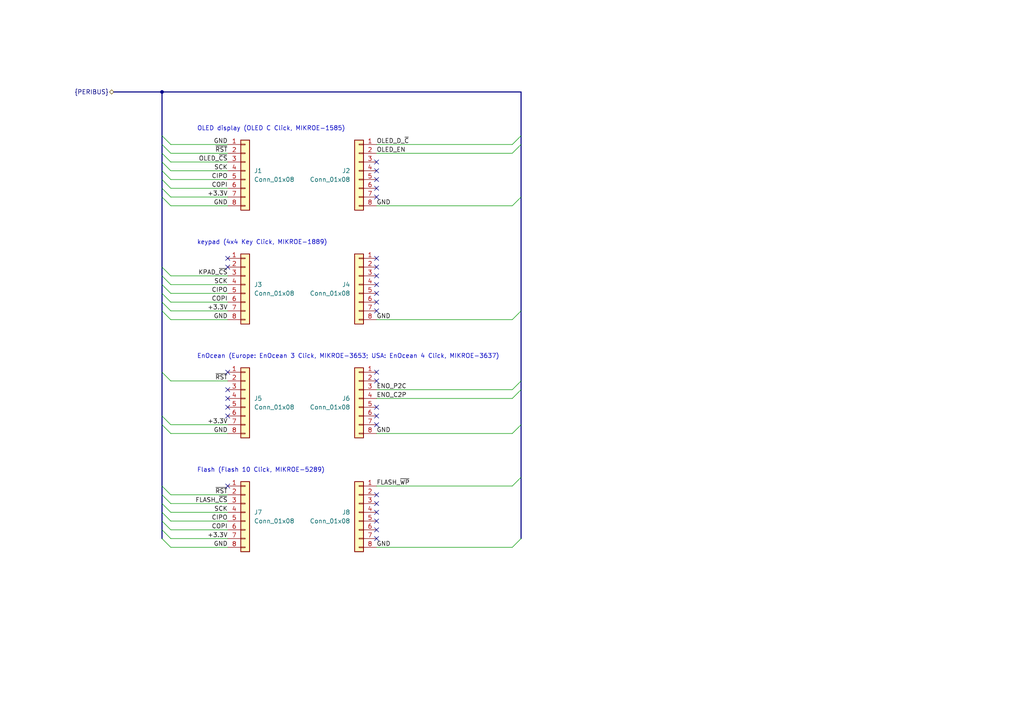
<source format=kicad_sch>
(kicad_sch (version 20230121) (generator eeschema)
  (paper "A4")
  (lib_symbols
    (symbol "Connector_Generic:Conn_01x08" (pin_names (offset 1.016) hide)
      (property "Reference" "J" (at 0 10.16 0))
      (property "Value" "Conn_01x08" (at 0 -12.7 0))
      (symbol "Conn_01x08_1_1"
        (rectangle (start -1.27 -10.033) (end 0 -10.287) (stroke (width 0.1524)))
        (rectangle (start -1.27 -7.493) (end 0 -7.747) (stroke (width 0.1524)))
        (rectangle (start -1.27 -4.953) (end 0 -5.207) (stroke (width 0.1524)))
        (rectangle (start -1.27 -2.413) (end 0 -2.667) (stroke (width 0.1524)))
        (rectangle (start -1.27 0.127) (end 0 -0.127) (stroke (width 0.1524)))
        (rectangle (start -1.27 2.667) (end 0 2.413) (stroke (width 0.1524)))
        (rectangle (start -1.27 5.207) (end 0 4.953) (stroke (width 0.1524)))
        (rectangle (start -1.27 7.747) (end 0 7.493) (stroke (width 0.1524)))
        (rectangle (start -1.27 8.89) (end 1.27 -11.43) (stroke (width 0.254)) (fill (type background)))
        (pin passive line (at -5.08 7.62 0) (length 3.81) (name "Pin_1") (number "1"))
        (pin passive line (at -5.08 5.08 0) (length 3.81) (name "Pin_2") (number "2"))
        (pin passive line (at -5.08 2.54 0) (length 3.81) (name "Pin_3") (number "3"))
        (pin passive line (at -5.08 0 0) (length 3.81) (name "Pin_4") (number "4"))
        (pin passive line (at -5.08 -2.54 0) (length 3.81) (name "Pin_5") (number "5"))
        (pin passive line (at -5.08 -5.08 0) (length 3.81) (name "Pin_6") (number "6"))
        (pin passive line (at -5.08 -7.62 0) (length 3.81) (name "Pin_7") (number "7"))
        (pin passive line (at -5.08 -10.16 0) (length 3.81) (name "Pin_8") (number "8"))
      )
    )
  )
  (bus_alias "PERIBUS" (members "GND" "+3.3V" "SCK" "CIPO" "COPI" "~{RST}" "OLED_~{CS}" "OLED_D_~{C}" "OLED_EN" "KPAD_~{CS}" "ENO_P2C" "ENO_C2P" "FLASH_~{CS}" "FLASH_~{WP}"))
  (junction (at 46.99 26.67))
  (no_connect (at 109.22 107.95))
  (no_connect (at 66.04 74.93))
  (no_connect (at 109.22 146.05))
  (no_connect (at 109.22 87.63))
  (no_connect (at 109.22 46.99))
  (no_connect (at 109.22 49.53))
  (no_connect (at 109.22 90.17))
  (no_connect (at 109.22 118.11))
  (no_connect (at 66.04 107.95))
  (no_connect (at 109.22 148.59))
  (no_connect (at 66.04 115.57))
  (no_connect (at 109.22 123.19))
  (no_connect (at 109.22 156.21))
  (no_connect (at 109.22 82.55))
  (no_connect (at 66.04 140.97))
  (no_connect (at 109.22 120.65))
  (no_connect (at 66.04 120.65))
  (no_connect (at 109.22 110.49))
  (no_connect (at 109.22 74.93))
  (no_connect (at 66.04 77.47))
  (no_connect (at 109.22 77.47))
  (no_connect (at 109.22 143.51))
  (no_connect (at 66.04 113.03))
  (no_connect (at 109.22 52.07))
  (no_connect (at 109.22 54.61))
  (no_connect (at 66.04 118.11))
  (no_connect (at 109.22 57.15))
  (no_connect (at 109.22 153.67))
  (no_connect (at 109.22 80.01))
  (no_connect (at 109.22 85.09))
  (no_connect (at 109.22 151.13))
  (bus_entry (at 46.99 140.97) (size 2.54 2.54))
  (bus_entry (at 46.99 90.17) (size 2.54 2.54))
  (bus_entry (at 46.99 46.99) (size 2.54 2.54))
  (bus_entry (at 46.99 107.95) (size 2.54 2.54))
  (bus_entry (at 46.99 143.51) (size 2.54 2.54))
  (bus_entry (at 148.59 41.91) (size 2.54 -2.54))
  (bus_entry (at 148.59 125.73) (size 2.54 -2.54))
  (bus_entry (at 46.99 54.61) (size 2.54 2.54))
  (bus_entry (at 46.99 151.13) (size 2.54 2.54))
  (bus_entry (at 46.99 77.47) (size 2.54 2.54))
  (bus_entry (at 148.59 92.71) (size 2.54 -2.54))
  (bus_entry (at 46.99 153.67) (size 2.54 2.54))
  (bus_entry (at 46.99 156.21) (size 2.54 2.54))
  (bus_entry (at 46.99 85.09) (size 2.54 2.54))
  (bus_entry (at 46.99 39.37) (size 2.54 2.54))
  (bus_entry (at 148.59 158.75) (size 2.54 -2.54))
  (bus_entry (at 148.59 140.97) (size 2.54 -2.54))
  (bus_entry (at 148.59 115.57) (size 2.54 -2.54))
  (bus_entry (at 46.99 87.63) (size 2.54 2.54))
  (bus_entry (at 46.99 148.59) (size 2.54 2.54))
  (bus_entry (at 46.99 57.15) (size 2.54 2.54))
  (bus_entry (at 148.59 44.45) (size 2.54 -2.54))
  (bus_entry (at 46.99 123.19) (size 2.54 2.54))
  (bus_entry (at 148.59 59.69) (size 2.54 -2.54))
  (bus_entry (at 46.99 146.05) (size 2.54 2.54))
  (bus_entry (at 46.99 120.65) (size 2.54 2.54))
  (bus_entry (at 46.99 80.01) (size 2.54 2.54))
  (bus_entry (at 148.59 113.03) (size 2.54 -2.54))
  (bus_entry (at 46.99 44.45) (size 2.54 2.54))
  (bus_entry (at 46.99 52.07) (size 2.54 2.54))
  (bus_entry (at 46.99 41.91) (size 2.54 2.54))
  (bus_entry (at 46.99 82.55) (size 2.54 2.54))
  (bus_entry (at 46.99 49.53) (size 2.54 2.54))
  (wire (pts (xy 49.53 85.09) (xy 66.04 85.09)))
  (bus (pts (xy 46.99 85.09) (xy 46.99 87.63)))
  (wire (pts (xy 49.53 49.53) (xy 66.04 49.53)))
  (bus (pts (xy 46.99 44.45) (xy 46.99 46.99)))
  (wire (pts (xy 49.53 90.17) (xy 66.04 90.17)))
  (wire (pts (xy 109.22 92.71) (xy 148.59 92.71)))
  (wire (pts (xy 49.53 123.19) (xy 66.04 123.19)))
  (wire (pts (xy 49.53 143.51) (xy 66.04 143.51)))
  (wire (pts (xy 109.22 125.73) (xy 148.59 125.73)))
  (bus (pts (xy 33.02 26.67) (xy 46.99 26.67)))
  (wire (pts (xy 49.53 57.15) (xy 66.04 57.15)))
  (bus (pts (xy 46.99 26.67) (xy 151.13 26.67)))
  (bus (pts (xy 46.99 82.55) (xy 46.99 85.09)))
  (bus (pts (xy 46.99 146.05) (xy 46.99 148.59)))
  (bus (pts (xy 151.13 123.19) (xy 151.13 138.43)))
  (wire (pts (xy 49.53 92.71) (xy 66.04 92.71)))
  (bus (pts (xy 46.99 26.67) (xy 46.99 39.37)))
  (wire (pts (xy 109.22 113.03) (xy 148.59 113.03)))
  (bus (pts (xy 46.99 151.13) (xy 46.99 153.67)))
  (wire (pts (xy 109.22 115.57) (xy 148.59 115.57)))
  (bus (pts (xy 151.13 113.03) (xy 151.13 123.19)))
  (wire (pts (xy 49.53 148.59) (xy 66.04 148.59)))
  (bus (pts (xy 46.99 140.97) (xy 46.99 143.51)))
  (wire (pts (xy 109.22 59.69) (xy 148.59 59.69)))
  (wire (pts (xy 109.22 140.97) (xy 148.59 140.97)))
  (bus (pts (xy 46.99 46.99) (xy 46.99 49.53)))
  (bus (pts (xy 46.99 148.59) (xy 46.99 151.13)))
  (wire (pts (xy 49.53 54.61) (xy 66.04 54.61)))
  (bus (pts (xy 151.13 39.37) (xy 151.13 41.91)))
  (wire (pts (xy 49.53 52.07) (xy 66.04 52.07)))
  (bus (pts (xy 151.13 57.15) (xy 151.13 90.17)))
  (wire (pts (xy 49.53 41.91) (xy 66.04 41.91)))
  (wire (pts (xy 49.53 82.55) (xy 66.04 82.55)))
  (wire (pts (xy 49.53 87.63) (xy 66.04 87.63)))
  (bus (pts (xy 46.99 90.17) (xy 46.99 107.95)))
  (bus (pts (xy 151.13 26.67) (xy 151.13 39.37)))
  (bus (pts (xy 46.99 41.91) (xy 46.99 44.45)))
  (wire (pts (xy 49.53 59.69) (xy 66.04 59.69)))
  (bus (pts (xy 151.13 138.43) (xy 151.13 156.21)))
  (wire (pts (xy 109.22 41.91) (xy 148.59 41.91)))
  (bus (pts (xy 46.99 120.65) (xy 46.99 123.19)))
  (bus (pts (xy 46.99 87.63) (xy 46.99 90.17)))
  (wire (pts (xy 109.22 44.45) (xy 148.59 44.45)))
  (wire (pts (xy 49.53 146.05) (xy 66.04 146.05)))
  (bus (pts (xy 46.99 80.01) (xy 46.99 82.55)))
  (bus (pts (xy 46.99 39.37) (xy 46.99 41.91)))
  (bus (pts (xy 46.99 77.47) (xy 46.99 80.01)))
  (bus (pts (xy 46.99 49.53) (xy 46.99 52.07)))
  (bus (pts (xy 46.99 52.07) (xy 46.99 54.61)))
  (wire (pts (xy 109.22 158.75) (xy 148.59 158.75)))
  (bus (pts (xy 46.99 143.51) (xy 46.99 146.05)))
  (wire (pts (xy 49.53 153.67) (xy 66.04 153.67)))
  (wire (pts (xy 49.53 158.75) (xy 66.04 158.75)))
  (bus (pts (xy 151.13 90.17) (xy 151.13 110.49)))
  (bus (pts (xy 46.99 54.61) (xy 46.99 57.15)))
  (wire (pts (xy 49.53 46.99) (xy 66.04 46.99)))
  (wire (pts (xy 49.53 151.13) (xy 66.04 151.13)))
  (wire (pts (xy 49.53 44.45) (xy 66.04 44.45)))
  (wire (pts (xy 49.53 80.01) (xy 66.04 80.01)))
  (bus (pts (xy 151.13 110.49) (xy 151.13 113.03)))
  (bus (pts (xy 46.99 107.95) (xy 46.99 120.65)))
  (bus (pts (xy 151.13 41.91) (xy 151.13 57.15)))
  (wire (pts (xy 49.53 110.49) (xy 66.04 110.49)))
  (wire (pts (xy 49.53 125.73) (xy 66.04 125.73)))
  (bus (pts (xy 46.99 153.67) (xy 46.99 156.21)))
  (bus (pts (xy 46.99 57.15) (xy 46.99 77.47)))
  (bus (pts (xy 46.99 123.19) (xy 46.99 140.97)))
  (wire (pts (xy 49.53 156.21) (xy 66.04 156.21)))
  (text "EnOcean (Europe: EnOcean 3 Click, MIKROE-3653; USA: EnOcean 4 Click, MIKROE-3637)" (at 57.15 104.14 0) (effects (font (size 1.27 1.27)) (justify left bottom)))
  (text "Flash (Flash 10 Click, MIKROE-5289)" (at 57.15 137.16 0) (effects (font (size 1.27 1.27)) (justify left bottom)))
  (text "OLED display (OLED C Click, MIKROE-1585)" (at 57.15 38.1 0) (effects (font (size 1.27 1.27)) (justify left bottom)))
  (text "keypad (4x4 Key Click, MIKROE-1889)" (at 57.15 71.12 0) (effects (font (size 1.27 1.27)) (justify left bottom)))
  (label "~{RST}" (at 66.04 143.51 180))
  (label "GND" (at 66.04 125.73 180))
  (label "+3.3V" (at 66.04 123.19 180))
  (label "~{RST}" (at 66.04 44.45 180))
  (label "COPI" (at 66.04 153.67 180))
  (label "COPI" (at 66.04 54.61 180))
  (label "+3.3V" (at 66.04 57.15 180))
  (label "FLASH_~{WP}" (at 109.22 140.97 0))
  (label "OLED_EN" (at 109.22 44.45 0))
  (label "OLED_~{CS}" (at 66.04 46.99 180))
  (label "GND" (at 66.04 158.75 180))
  (label "SCK" (at 66.04 49.53 180))
  (label "CIPO" (at 66.04 52.07 180))
  (label "SCK" (at 66.04 148.59 180))
  (label "ENO_C2P" (at 109.22 115.57 0))
  (label "OLED_D_~{C}" (at 109.22 41.91 0))
  (label "FLASH_~{CS}" (at 66.04 146.05 180))
  (label "GND" (at 66.04 59.69 180))
  (label "GND" (at 66.04 92.71 180))
  (label "GND" (at 109.22 59.69 0))
  (label "GND" (at 109.22 92.71 0))
  (label "GND" (at 109.22 158.75 0))
  (label "~{RST}" (at 66.04 110.49 180))
  (label "ENO_P2C" (at 109.22 113.03 0))
  (label "GND" (at 109.22 125.73 0))
  (label "SCK" (at 66.04 82.55 180))
  (label "KPAD_~{CS}" (at 66.04 80.01 180))
  (label "GND" (at 66.04 41.91 180))
  (label "CIPO" (at 66.04 85.09 180))
  (label "+3.3V" (at 66.04 156.21 180))
  (label "+3.3V" (at 66.04 90.17 180))
  (label "CIPO" (at 66.04 151.13 180))
  (label "COPI" (at 66.04 87.63 180))
  (hierarchical_label "{PERIBUS}" (shape bidirectional) (at 33.02 26.67 180))
  (symbol (lib_id "Connector_Generic:Conn_01x08") (at 104.14 49.53 0) (mirror y) (unit 1)
    (property "Reference" "J2" (at 101.6 49.53 0) (effects (justify left)))
    (property "Value" "Conn_01x08" (at 101.6 52.07 0) (effects (justify left)))
    (property "Footprint" "Connector_PinHeader_2.54mm:PinHeader_1x08_P2.54mm_Vertical_SMD_Pin1Left" (effects hide))
    (instances (project "enocean-heater-control" (path "" (reference "J2") (unit 1)) (path "" (reference "J602") (unit 1))))
  )
  (symbol (lib_id "Connector_Generic:Conn_01x08") (at 71.12 115.57 0) (unit 1)
    (property "Reference" "J5" (at 73.66 115.57 0) (effects (justify left)))
    (property "Value" "Conn_01x08" (at 73.66 118.11 0) (effects (justify left)))
    (property "Footprint" "Connector_PinHeader_2.54mm:PinHeader_1x08_P2.54mm_Vertical_SMD_Pin1Left" (effects hide))
    (instances (project "enocean-heater-control" (path "" (reference "J5") (unit 1)) (path "" (reference "J605") (unit 1))))
  )
  (symbol (lib_id "Connector_Generic:Conn_01x08") (at 104.14 148.59 0) (mirror y) (unit 1)
    (property "Reference" "J8" (at 101.6 148.59 0) (effects (justify left)))
    (property "Value" "Conn_01x08" (at 101.6 151.13 0) (effects (justify left)))
    (property "Footprint" "Connector_PinHeader_2.54mm:PinHeader_1x08_P2.54mm_Vertical_SMD_Pin1Left" (effects hide))
    (instances (project "enocean-heater-control" (path "" (reference "J8") (unit 1)) (path "" (reference "J608") (unit 1))))
  )
  (symbol (lib_id "Connector_Generic:Conn_01x08") (at 104.14 82.55 0) (mirror y) (unit 1)
    (property "Reference" "J4" (at 101.6 82.55 0) (effects (justify left)))
    (property "Value" "Conn_01x08" (at 101.6 85.09 0) (effects (justify left)))
    (property "Footprint" "Connector_PinHeader_2.54mm:PinHeader_1x08_P2.54mm_Vertical_SMD_Pin1Left" (effects hide))
    (instances (project "enocean-heater-control" (path "" (reference "J4") (unit 1)) (path "" (reference "J604") (unit 1))))
  )
  (symbol (lib_id "Connector_Generic:Conn_01x08") (at 71.12 82.55 0) (unit 1)
    (property "Reference" "J3" (at 73.66 82.55 0) (effects (justify left)))
    (property "Value" "Conn_01x08" (at 73.66 85.09 0) (effects (justify left)))
    (property "Footprint" "Connector_PinHeader_2.54mm:PinHeader_1x08_P2.54mm_Vertical_SMD_Pin1Left" (effects hide))
    (instances (project "enocean-heater-control" (path "" (reference "J3") (unit 1)) (path "" (reference "J603") (unit 1))))
  )
  (symbol (lib_id "Connector_Generic:Conn_01x08") (at 71.12 49.53 0) (unit 1)
    (property "Reference" "J1" (at 73.66 49.53 0) (effects (justify left)))
    (property "Value" "Conn_01x08" (at 73.66 52.07 0) (effects (justify left)))
    (property "Footprint" "Connector_PinHeader_2.54mm:PinHeader_1x08_P2.54mm_Vertical_SMD_Pin1Left" (effects hide))
    (instances (project "enocean-heater-control" (path "" (reference "J1") (unit 1)) (path "" (reference "J601") (unit 1))))
  )
  (symbol (lib_id "Connector_Generic:Conn_01x08") (at 71.12 148.59 0) (unit 1)
    (property "Reference" "J7" (at 73.66 148.59 0) (effects (justify left)))
    (property "Value" "Conn_01x08" (at 73.66 151.13 0) (effects (justify left)))
    (property "Footprint" "Connector_PinHeader_2.54mm:PinHeader_1x08_P2.54mm_Vertical_SMD_Pin1Left" (effects hide))
    (instances (project "enocean-heater-control" (path "" (reference "J7") (unit 1)) (path "" (reference "J607") (unit 1))))
  )
  (symbol (lib_id "Connector_Generic:Conn_01x08") (at 104.14 115.57 0) (mirror y) (unit 1)
    (property "Reference" "J6" (at 101.6 115.57 0) (effects (justify left)))
    (property "Value" "Conn_01x08" (at 101.6 118.11 0) (effects (justify left)))
    (property "Footprint" "Connector_PinHeader_2.54mm:PinHeader_1x08_P2.54mm_Vertical_SMD_Pin1Left" (effects hide))
    (instances (project "enocean-heater-control" (path "" (reference "J6") (unit 1)) (path "" (reference "J606") (unit 1))))
  )
)
</source>
